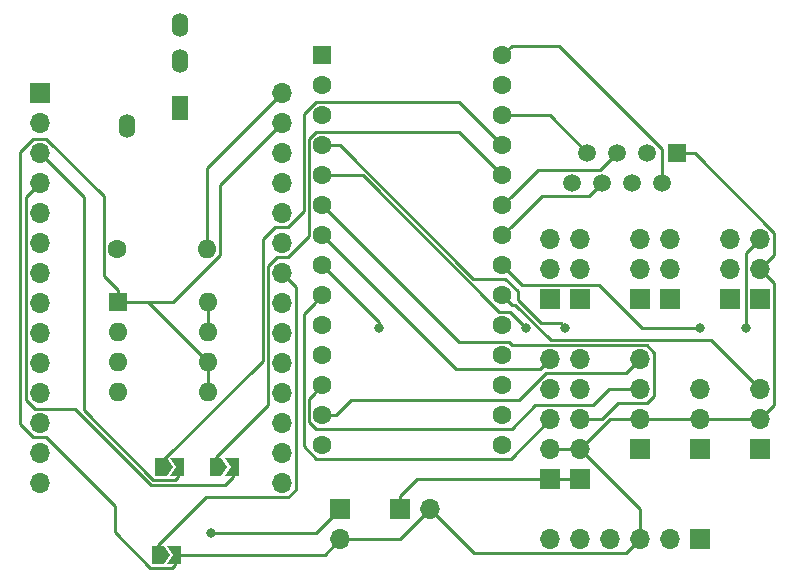
<source format=gbr>
G04 #@! TF.GenerationSoftware,KiCad,Pcbnew,(5.1.5)-3*
G04 #@! TF.CreationDate,2020-05-03T22:11:52-05:00*
G04 #@! TF.ProjectId,ControlBoardT4_28PinSound,436f6e74-726f-46c4-926f-61726454345f,rev?*
G04 #@! TF.SameCoordinates,Original*
G04 #@! TF.FileFunction,Copper,L1,Top*
G04 #@! TF.FilePolarity,Positive*
%FSLAX46Y46*%
G04 Gerber Fmt 4.6, Leading zero omitted, Abs format (unit mm)*
G04 Created by KiCad (PCBNEW (5.1.5)-3) date 2020-05-03 22:11:52*
%MOMM*%
%LPD*%
G04 APERTURE LIST*
%ADD10R,1.700000X1.700000*%
%ADD11O,1.700000X1.700000*%
%ADD12O,1.400000X2.000000*%
%ADD13R,1.400000X2.000000*%
%ADD14C,0.100000*%
%ADD15C,1.600000*%
%ADD16R,1.600000X1.600000*%
%ADD17R,1.500000X1.500000*%
%ADD18C,1.500000*%
%ADD19O,1.600000X1.600000*%
%ADD20C,0.800000*%
%ADD21C,0.250000*%
G04 APERTURE END LIST*
D10*
X111379000Y-78803500D03*
D11*
X131879000Y-78803500D03*
X111379000Y-81343500D03*
X131879000Y-81343500D03*
X111379000Y-83883500D03*
X131879000Y-83883500D03*
X111379000Y-86423500D03*
X131879000Y-86423500D03*
X111379000Y-88963500D03*
X131879000Y-88963500D03*
X111379000Y-91503500D03*
X131879000Y-91503500D03*
X111379000Y-94043500D03*
X131879000Y-94043500D03*
X111379000Y-96583500D03*
X131879000Y-96583500D03*
X111379000Y-99123500D03*
X131879000Y-99123500D03*
X111379000Y-101663500D03*
X131879000Y-101663500D03*
X111379000Y-104203500D03*
X131879000Y-104203500D03*
X111379000Y-106743500D03*
X131879000Y-106743500D03*
X111379000Y-109283500D03*
X131879000Y-109283500D03*
X111379000Y-111823500D03*
X131879000Y-111823500D03*
D12*
X118808500Y-81573500D03*
D13*
X123308500Y-80073500D03*
D12*
X123308500Y-76073500D03*
X123308500Y-73073500D03*
D11*
X172402500Y-103886000D03*
X172402500Y-106426000D03*
D10*
X172402500Y-108966000D03*
G04 #@! TA.AperFunction,SMDPad,CuDef*
D14*
G36*
X122385500Y-117919500D02*
G01*
X121885500Y-118669500D01*
X120885500Y-118669500D01*
X120885500Y-117169500D01*
X121885500Y-117169500D01*
X122385500Y-117919500D01*
G37*
G04 #@! TD.AperFunction*
G04 #@! TA.AperFunction,SMDPad,CuDef*
G36*
X123335500Y-118669500D02*
G01*
X122185500Y-118669500D01*
X122685500Y-117919500D01*
X122185500Y-117169500D01*
X123335500Y-117169500D01*
X123335500Y-118669500D01*
G37*
G04 #@! TD.AperFunction*
G04 #@! TA.AperFunction,SMDPad,CuDef*
G36*
X127275000Y-110490000D02*
G01*
X126775000Y-111240000D01*
X125775000Y-111240000D01*
X125775000Y-109740000D01*
X126775000Y-109740000D01*
X127275000Y-110490000D01*
G37*
G04 #@! TD.AperFunction*
G04 #@! TA.AperFunction,SMDPad,CuDef*
G36*
X128225000Y-111240000D02*
G01*
X127075000Y-111240000D01*
X127575000Y-110490000D01*
X127075000Y-109740000D01*
X128225000Y-109740000D01*
X128225000Y-111240000D01*
G37*
G04 #@! TD.AperFunction*
G04 #@! TA.AperFunction,SMDPad,CuDef*
G36*
X122639500Y-110490000D02*
G01*
X122139500Y-111240000D01*
X121139500Y-111240000D01*
X121139500Y-109740000D01*
X122139500Y-109740000D01*
X122639500Y-110490000D01*
G37*
G04 #@! TD.AperFunction*
G04 #@! TA.AperFunction,SMDPad,CuDef*
G36*
X123589500Y-111240000D02*
G01*
X122439500Y-111240000D01*
X122939500Y-110490000D01*
X122439500Y-109740000D01*
X123589500Y-109740000D01*
X123589500Y-111240000D01*
G37*
G04 #@! TD.AperFunction*
D15*
X135318500Y-108648500D03*
X135318500Y-106108500D03*
X135318500Y-103568500D03*
X135318500Y-101028500D03*
X135318500Y-98488500D03*
X135318500Y-95948500D03*
X135318500Y-93408500D03*
X135318500Y-90868500D03*
X135318500Y-88328500D03*
X135318500Y-85788500D03*
X135318500Y-83248500D03*
X135318500Y-80708500D03*
X135318500Y-78168500D03*
D16*
X135318500Y-75628500D03*
D15*
X150558500Y-108648500D03*
X150558500Y-106108500D03*
X150558500Y-103568500D03*
X150558500Y-101028500D03*
X150558500Y-98488500D03*
X150558500Y-95948500D03*
X150558500Y-93408500D03*
X150558500Y-90868500D03*
X150558500Y-88328500D03*
X150558500Y-85788500D03*
X150558500Y-83248500D03*
X150558500Y-80708500D03*
X150558500Y-78168500D03*
X150558500Y-75628500D03*
D10*
X167322500Y-116586000D03*
D11*
X164782500Y-116586000D03*
X162242500Y-116586000D03*
X159702500Y-116586000D03*
X157162500Y-116586000D03*
X154622500Y-116586000D03*
D10*
X141922500Y-114046000D03*
D11*
X144462500Y-114046000D03*
X162242500Y-91186000D03*
X164782500Y-91186000D03*
X162242500Y-93726000D03*
X164782500Y-93726000D03*
D10*
X164782500Y-96266000D03*
X162242500Y-96266000D03*
X157162500Y-96266000D03*
D11*
X157162500Y-93726000D03*
X154622500Y-93726000D03*
X157162500Y-91186000D03*
X154622500Y-91186000D03*
D10*
X154622500Y-96266000D03*
X157162500Y-111506000D03*
D11*
X157162500Y-108966000D03*
X154622500Y-108966000D03*
X157162500Y-106426000D03*
X154622500Y-106426000D03*
X157162500Y-103886000D03*
X154622500Y-103886000D03*
X157162500Y-101346000D03*
X154622500Y-101346000D03*
D10*
X154622500Y-111506000D03*
X172402500Y-96266000D03*
D11*
X172402500Y-93726000D03*
X169862500Y-93726000D03*
X172402500Y-91186000D03*
X169862500Y-91186000D03*
D10*
X169862500Y-96266000D03*
X162242500Y-108966000D03*
D11*
X162242500Y-106426000D03*
X162242500Y-103886000D03*
X162242500Y-101346000D03*
D10*
X167322500Y-108966000D03*
D11*
X167322500Y-106426000D03*
X167322500Y-103886000D03*
D17*
X165354000Y-83883500D03*
D18*
X164084000Y-86423500D03*
X162814000Y-83883500D03*
X161544000Y-86423500D03*
X160274000Y-83883500D03*
X159004000Y-86423500D03*
X157734000Y-83883500D03*
X156464000Y-86423500D03*
D10*
X136842500Y-114046000D03*
D11*
X136842500Y-116586000D03*
D16*
X117983000Y-96520000D03*
D19*
X125603000Y-104140000D03*
X117983000Y-99060000D03*
X125603000Y-101600000D03*
X117983000Y-101600000D03*
X125603000Y-99060000D03*
X117983000Y-104140000D03*
X125603000Y-96520000D03*
D15*
X117919500Y-92011500D03*
D19*
X125539500Y-92011500D03*
D20*
X167322500Y-98679000D03*
X171196000Y-98679000D03*
X152527000Y-98679000D03*
X140081000Y-98679000D03*
X155892500Y-98679000D03*
X125920500Y-116078000D03*
D21*
X134518501Y-104368499D02*
X135318500Y-103568500D01*
X134193499Y-104693501D02*
X134518501Y-104368499D01*
X134193499Y-106648501D02*
X134193499Y-104693501D01*
X134778499Y-107233501D02*
X134193499Y-106648501D01*
X153321001Y-105250999D02*
X151338499Y-107233501D01*
X158210501Y-105250999D02*
X153321001Y-105250999D01*
X159575500Y-103886000D02*
X158210501Y-105250999D01*
X151338499Y-107233501D02*
X134778499Y-107233501D01*
X162242500Y-103886000D02*
X159575500Y-103886000D01*
X161067499Y-102521001D02*
X161392501Y-102195999D01*
X154248497Y-102521001D02*
X161067499Y-102521001D01*
X151968509Y-104800989D02*
X154248497Y-102521001D01*
X137757381Y-104800989D02*
X151968509Y-104800989D01*
X136449870Y-106108500D02*
X137757381Y-104800989D01*
X161392501Y-102195999D02*
X162242500Y-101346000D01*
X135318500Y-106108500D02*
X136449870Y-106108500D01*
X166756815Y-98679000D02*
X167322500Y-98679000D01*
X162370498Y-98679000D02*
X166756815Y-98679000D01*
X158782497Y-95090999D02*
X162370498Y-98679000D01*
X152240999Y-95090999D02*
X158782497Y-95090999D01*
X150558500Y-93408500D02*
X152240999Y-95090999D01*
X171552501Y-103036001D02*
X172402500Y-103886000D01*
X168237489Y-99720989D02*
X171552501Y-103036001D01*
X154641991Y-99720989D02*
X168237489Y-99720989D01*
X151669501Y-96748499D02*
X154641991Y-99720989D01*
X151358499Y-96748499D02*
X151669501Y-96748499D01*
X150558500Y-95948500D02*
X151358499Y-96748499D01*
X151358499Y-87528501D02*
X150558500Y-88328500D01*
X153538501Y-85348499D02*
X151358499Y-87528501D01*
X158809001Y-85348499D02*
X153538501Y-85348499D01*
X160274000Y-83883500D02*
X158809001Y-85348499D01*
X151358499Y-90068501D02*
X150558500Y-90868500D01*
X153928499Y-87498501D02*
X151358499Y-90068501D01*
X157928999Y-87498501D02*
X153928499Y-87498501D01*
X159004000Y-86423500D02*
X157928999Y-87498501D01*
X171552501Y-92035999D02*
X172402500Y-91186000D01*
X171227499Y-92361001D02*
X171552501Y-92035999D01*
X171227499Y-95155999D02*
X171227499Y-92361001D01*
X171196000Y-95187498D02*
X171227499Y-95155999D01*
X171196000Y-98679000D02*
X171196000Y-95187498D01*
X146893499Y-99903499D02*
X136118499Y-89128499D01*
X151098501Y-99903499D02*
X146893499Y-99903499D01*
X136118499Y-89128499D02*
X135318500Y-88328500D01*
X151366001Y-100170999D02*
X151098501Y-99903499D01*
X162806501Y-100170999D02*
X151366001Y-100170999D01*
X163417501Y-100781999D02*
X162806501Y-100170999D01*
X162806501Y-105061001D02*
X163417501Y-104450001D01*
X160342508Y-105061001D02*
X162806501Y-105061001D01*
X163417501Y-104450001D02*
X163417501Y-100781999D01*
X158977509Y-106426000D02*
X160342508Y-105061001D01*
X157162500Y-106426000D02*
X158977509Y-106426000D01*
X134518501Y-96748499D02*
X135318500Y-95948500D01*
X133743489Y-97523511D02*
X134518501Y-96748499D01*
X133743489Y-108738491D02*
X133743489Y-97523511D01*
X134778499Y-109773501D02*
X133743489Y-108738491D01*
X151274999Y-109773501D02*
X134778499Y-109773501D01*
X154622500Y-106426000D02*
X151274999Y-109773501D01*
X152127001Y-98279001D02*
X152527000Y-98679000D01*
X151211499Y-97363499D02*
X152127001Y-98279001D01*
X150308497Y-97363499D02*
X151211499Y-97363499D01*
X138733498Y-85788500D02*
X150308497Y-97363499D01*
X135318500Y-85788500D02*
X138733498Y-85788500D01*
X135318500Y-93916500D02*
X135318500Y-93408500D01*
X140081000Y-98171000D02*
X140081000Y-98679000D01*
X135318500Y-93408500D02*
X140081000Y-98171000D01*
X136449870Y-83248500D02*
X135318500Y-83248500D01*
X150808503Y-94533501D02*
X148114909Y-94533501D01*
X136829908Y-83248500D02*
X136449870Y-83248500D01*
X151855901Y-95580899D02*
X150808503Y-94533501D01*
X151855901Y-96298489D02*
X151855901Y-95580899D01*
X153836413Y-98279001D02*
X151855901Y-96298489D01*
X155492501Y-98279001D02*
X153836413Y-98279001D01*
X148114909Y-94533501D02*
X136829908Y-83248500D01*
X155892500Y-98679000D02*
X155492501Y-98279001D01*
X136118499Y-91668499D02*
X135318500Y-90868500D01*
X146645999Y-102195999D02*
X136118499Y-91668499D01*
X153772501Y-102195999D02*
X146645999Y-102195999D01*
X154622500Y-101346000D02*
X153772501Y-102195999D01*
X164084000Y-85362840D02*
X164084000Y-86423500D01*
X164084000Y-83562498D02*
X164084000Y-85362840D01*
X155350003Y-74828501D02*
X164084000Y-83562498D01*
X151358499Y-74828501D02*
X155350003Y-74828501D01*
X150558500Y-75628500D02*
X151358499Y-74828501D01*
X153522500Y-111506000D02*
X154622500Y-111506000D01*
X143362500Y-111506000D02*
X153522500Y-111506000D01*
X141922500Y-112946000D02*
X143362500Y-111506000D01*
X141922500Y-114046000D02*
X141922500Y-112946000D01*
X155722500Y-111506000D02*
X157162500Y-111506000D01*
X154622500Y-111506000D02*
X155722500Y-111506000D01*
X125603000Y-97651370D02*
X125603000Y-99060000D01*
X125603000Y-96520000D02*
X125603000Y-97651370D01*
X125539500Y-85143000D02*
X125539500Y-92011500D01*
X131879000Y-78803500D02*
X125539500Y-85143000D01*
X141922500Y-116586000D02*
X144462500Y-114046000D01*
X136842500Y-116586000D02*
X141922500Y-116586000D01*
X161392501Y-117435999D02*
X162242500Y-116586000D01*
X161067499Y-117761001D02*
X161392501Y-117435999D01*
X148177501Y-117761001D02*
X161067499Y-117761001D01*
X144462500Y-114046000D02*
X148177501Y-117761001D01*
X162242500Y-114046000D02*
X157162500Y-108966000D01*
X162242500Y-116586000D02*
X162242500Y-114046000D01*
X154622500Y-108966000D02*
X157162500Y-108966000D01*
X159702500Y-106426000D02*
X162242500Y-106426000D01*
X157162500Y-108966000D02*
X159702500Y-106426000D01*
X163444581Y-106426000D02*
X172402500Y-106426000D01*
X162242500Y-106426000D02*
X163444581Y-106426000D01*
X173252499Y-94575999D02*
X172402500Y-93726000D01*
X173577501Y-94901001D02*
X173252499Y-94575999D01*
X173577501Y-105250999D02*
X173577501Y-94901001D01*
X172402500Y-106426000D02*
X173577501Y-105250999D01*
X166354000Y-83883500D02*
X165354000Y-83883500D01*
X166839002Y-83883500D02*
X166354000Y-83883500D01*
X173577501Y-90621999D02*
X166839002Y-83883500D01*
X173577501Y-92550999D02*
X173577501Y-90621999D01*
X172402500Y-93726000D02*
X173577501Y-92550999D01*
X135509000Y-117919500D02*
X136842500Y-116586000D01*
X122835500Y-117919500D02*
X135509000Y-117919500D01*
X120523000Y-96520000D02*
X125603000Y-101600000D01*
X117983000Y-96520000D02*
X120523000Y-96520000D01*
X125603000Y-102731370D02*
X125603000Y-104140000D01*
X125603000Y-101600000D02*
X125603000Y-102731370D01*
X117983000Y-95470000D02*
X117983000Y-96520000D01*
X116794499Y-94281499D02*
X117983000Y-95470000D01*
X111943001Y-82708499D02*
X116794499Y-87559997D01*
X110814999Y-82708499D02*
X111943001Y-82708499D01*
X109753989Y-83769509D02*
X110814999Y-82708499D01*
X109753989Y-106857491D02*
X109753989Y-83769509D01*
X110814999Y-107918501D02*
X109753989Y-106857491D01*
X111943001Y-107918501D02*
X110814999Y-107918501D01*
X117775300Y-113750800D02*
X111943001Y-107918501D01*
X117775300Y-116018936D02*
X117775300Y-113750800D01*
X120750874Y-118994510D02*
X117775300Y-116018936D01*
X122610490Y-118994510D02*
X120750874Y-118994510D01*
X122835500Y-118769500D02*
X122610490Y-118994510D01*
X116794499Y-87559997D02*
X116794499Y-94281499D01*
X122835500Y-117919500D02*
X122835500Y-118769500D01*
X119033000Y-96520000D02*
X117983000Y-96520000D01*
X122696002Y-96520000D02*
X119033000Y-96520000D01*
X126664501Y-92551501D02*
X122696002Y-96520000D01*
X126664501Y-86557999D02*
X126664501Y-92551501D01*
X131879000Y-81343500D02*
X126664501Y-86557999D01*
X154559000Y-80708500D02*
X157734000Y-83883500D01*
X150558500Y-80708500D02*
X154559000Y-80708500D01*
X149758501Y-82448501D02*
X150558500Y-83248500D01*
X146893499Y-79583499D02*
X149758501Y-82448501D01*
X134778499Y-79583499D02*
X146893499Y-79583499D01*
X133743489Y-80618509D02*
X134778499Y-79583499D01*
X133743489Y-88838013D02*
X133743489Y-80618509D01*
X132443001Y-90138501D02*
X133743489Y-88838013D01*
X131314999Y-90138501D02*
X132443001Y-90138501D01*
X130253989Y-91199511D02*
X131314999Y-90138501D01*
X130253989Y-101465875D02*
X130253989Y-91199511D01*
X121639500Y-110080364D02*
X130253989Y-101465875D01*
X121639500Y-110490000D02*
X121639500Y-110080364D01*
X149758501Y-84988501D02*
X150558500Y-85788500D01*
X146893499Y-82123499D02*
X149758501Y-84988501D01*
X134778499Y-82123499D02*
X146893499Y-82123499D01*
X134193499Y-90928003D02*
X134193499Y-82708499D01*
X132443001Y-92678501D02*
X134193499Y-90928003D01*
X131504997Y-92678501D02*
X132443001Y-92678501D01*
X130703999Y-93479499D02*
X131504997Y-92678501D01*
X134193499Y-82708499D02*
X134778499Y-82123499D01*
X130703999Y-105211001D02*
X130703999Y-93479499D01*
X126275000Y-109640000D02*
X130703999Y-105211001D01*
X126275000Y-110490000D02*
X126275000Y-109640000D01*
X133054001Y-112387501D02*
X133054001Y-95218501D01*
X133054001Y-95218501D02*
X132728999Y-94893499D01*
X132443001Y-112998501D02*
X133054001Y-112387501D01*
X125456499Y-112998501D02*
X132443001Y-112998501D01*
X132728999Y-94893499D02*
X131879000Y-94043500D01*
X121385500Y-117069500D02*
X125456499Y-112998501D01*
X121385500Y-117919500D02*
X121385500Y-117069500D01*
X123089500Y-111340000D02*
X123089500Y-110490000D01*
X122864490Y-111565010D02*
X123089500Y-111340000D01*
X121004874Y-111565010D02*
X122864490Y-111565010D01*
X115125500Y-105685636D02*
X121004874Y-111565010D01*
X115125500Y-87630000D02*
X115125500Y-105685636D01*
X111379000Y-83883500D02*
X115125500Y-87630000D01*
X127725000Y-111340000D02*
X127725000Y-110490000D01*
X127049980Y-112015020D02*
X127725000Y-111340000D01*
X120818474Y-112015020D02*
X127049980Y-112015020D01*
X114371953Y-105568499D02*
X120818474Y-112015020D01*
X111004997Y-105568499D02*
X114371953Y-105568499D01*
X110203999Y-104767501D02*
X111004997Y-105568499D01*
X110203999Y-87598501D02*
X110203999Y-104767501D01*
X111379000Y-86423500D02*
X110203999Y-87598501D01*
X134810500Y-116078000D02*
X136842500Y-114046000D01*
X125920500Y-116078000D02*
X134810500Y-116078000D01*
M02*

</source>
